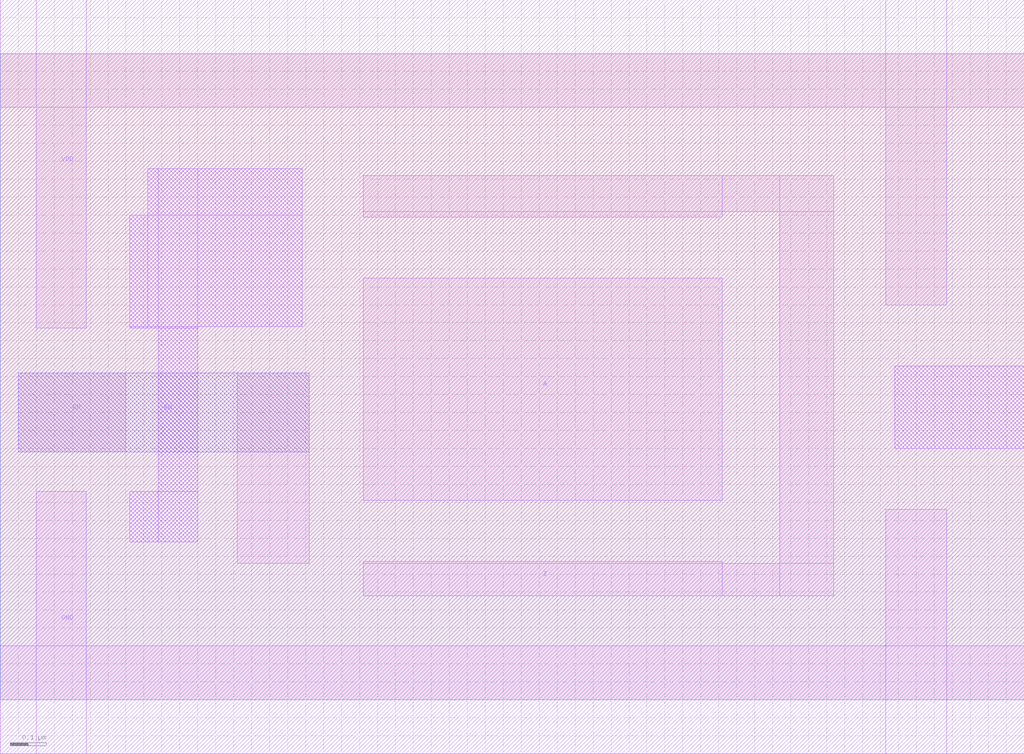
<source format=lef>
VERSION 5.8 ;
BUSBITCHARS "[]" ;
DIVIDERCHAR "/" ;

PROPERTYDEFINITIONS
  MACRO CatenaDesignType STRING ;
END PROPERTYDEFINITIONS

MACRO TGATE
  CLASS CORE ;
  ORIGIN 0 0 ;
  FOREIGN TGATE 0 0 ;
  SIZE 2.85 BY 1.8 ;
  SYMMETRY X Y ;
  SITE CORE ;
  PIN Z
    DIRECTION OUTPUT ;
    USE SIGNAL ;
    PORT
      LAYER ME1 ;
        RECT 1.01 1.36 2.32 1.46 ;
        RECT 2.17 0.29 2.32 1.46 ;
        RECT 1.01 0.29 2.32 0.38 ;
        RECT 1.01 1.345 2.01 1.46 ;
        RECT 1.01 0.29 2.01 0.385 ;
    END
  END Z
  PIN VDD
    DIRECTION INOUT ;
    USE POWER ;
    SHAPE ABUTMENT ;
    PORT
      LAYER ME1 ;
        RECT 0 1.65 2.85 1.95 ;
        RECT 2.465 1.1 2.635 1.95 ;
        RECT 0.1 1.035 0.24 1.95 ;
    END
  END VDD
  PIN GND
    DIRECTION INOUT ;
    USE GROUND ;
    SHAPE ABUTMENT ;
    PORT
      LAYER ME1 ;
        RECT 0 -0.15 2.85 0.15 ;
        RECT 2.465 -0.15 2.635 0.53 ;
        RECT 0.1 -0.15 0.24 0.58 ;
    END
  END GND
  PIN EN
    DIRECTION INPUT ;
    USE SIGNAL ;
    PORT
      LAYER ME2 ;
        RECT 0.05 0.69 0.86 0.91 ;
      LAYER ME1 ;
        RECT 0.66 0.38 0.86 0.91 ;
        RECT 0.05 0.69 0.35 0.91 ;
    END
  END EN
  PIN A
    DIRECTION INPUT ;
    USE SIGNAL ;
    PORT
      LAYER ME1 ;
        RECT 1.01 0.555 2.01 1.175 ;
    END
  END A
  OBS
    LAYER ME1 ;
      RECT 0.36 1.04 0.84 1.35 ;
      RECT 0.36 1.035 0.55 1.35 ;
      RECT 0.44 0.44 0.55 1.35 ;
      RECT 0.36 0.44 0.55 0.58 ;
    LAYER ME1 SPACING 0.09 ;
      RECT 0.41 1.04 0.84 1.48 ;
      RECT 0.36 1.035 0.55 1.35 ;
      RECT 0.44 0.44 0.55 1.48 ;
      RECT 0.36 0.44 0.55 0.58 ;
      RECT 2.49 0.7 2.85 0.93 ;
    LAYER VI1 SPACING 0.1 ;
      RECT 0 0 2.85 1.8 ;
  END
  PROPERTY CatenaDesignType "deviceLevel" ;
END TGATE

END LIBRARY

</source>
